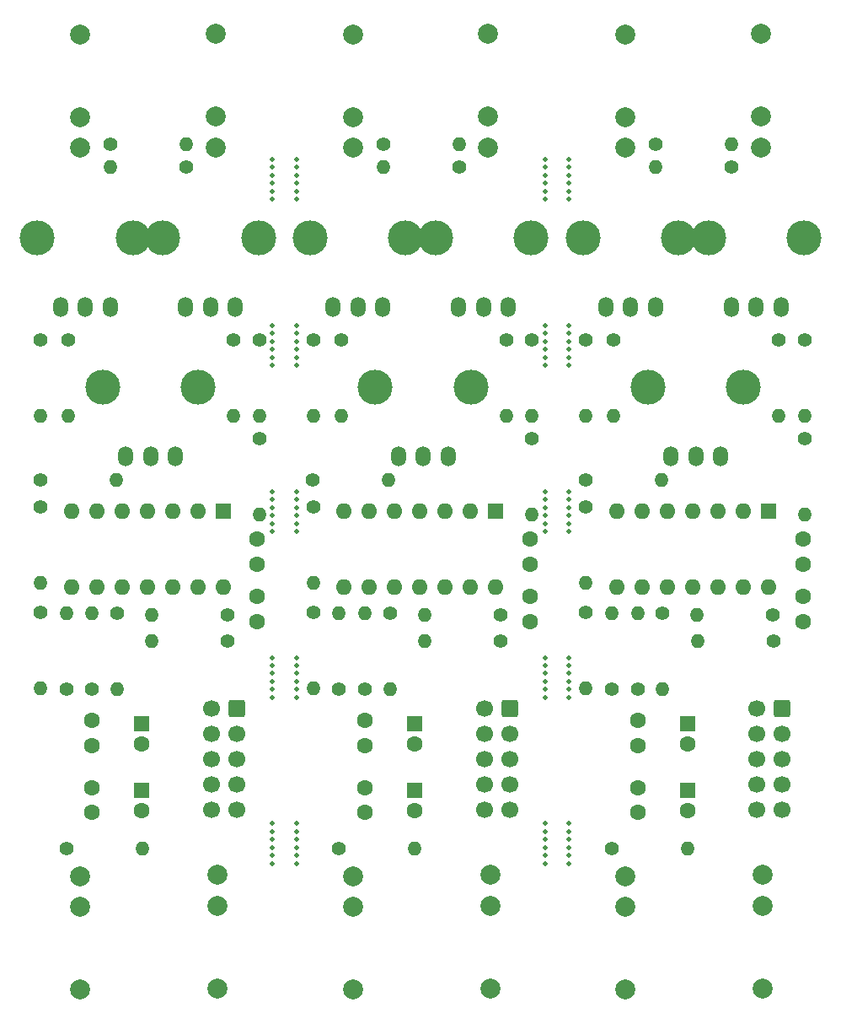
<source format=gts>
G04 #@! TF.GenerationSoftware,KiCad,Pcbnew,8.0.4-8.0.4-0~ubuntu22.04.1*
G04 #@! TF.CreationDate,2024-10-09T19:38:23+02:00*
G04 #@! TF.ProjectId,VoltageProcessor_panel,566f6c74-6167-4655-9072-6f636573736f,0.2*
G04 #@! TF.SameCoordinates,Original*
G04 #@! TF.FileFunction,Soldermask,Top*
G04 #@! TF.FilePolarity,Negative*
%FSLAX46Y46*%
G04 Gerber Fmt 4.6, Leading zero omitted, Abs format (unit mm)*
G04 Created by KiCad (PCBNEW 8.0.4-8.0.4-0~ubuntu22.04.1) date 2024-10-09 19:38:23*
%MOMM*%
%LPD*%
G01*
G04 APERTURE LIST*
G04 Aperture macros list*
%AMRoundRect*
0 Rectangle with rounded corners*
0 $1 Rounding radius*
0 $2 $3 $4 $5 $6 $7 $8 $9 X,Y pos of 4 corners*
0 Add a 4 corners polygon primitive as box body*
4,1,4,$2,$3,$4,$5,$6,$7,$8,$9,$2,$3,0*
0 Add four circle primitives for the rounded corners*
1,1,$1+$1,$2,$3*
1,1,$1+$1,$4,$5*
1,1,$1+$1,$6,$7*
1,1,$1+$1,$8,$9*
0 Add four rect primitives between the rounded corners*
20,1,$1+$1,$2,$3,$4,$5,0*
20,1,$1+$1,$4,$5,$6,$7,0*
20,1,$1+$1,$6,$7,$8,$9,0*
20,1,$1+$1,$8,$9,$2,$3,0*%
G04 Aperture macros list end*
%ADD10C,1.400000*%
%ADD11O,1.400000X1.400000*%
%ADD12C,0.500000*%
%ADD13C,2.000000*%
%ADD14C,1.600000*%
%ADD15C,3.500000*%
%ADD16O,1.500000X2.000000*%
%ADD17R,1.600000X1.600000*%
%ADD18O,1.600000X1.600000*%
%ADD19RoundRect,0.250000X0.600000X0.600000X-0.600000X0.600000X-0.600000X-0.600000X0.600000X-0.600000X0*%
%ADD20C,1.700000*%
G04 APERTURE END LIST*
D10*
X140300000Y-103800000D03*
D11*
X147920000Y-103800000D03*
D10*
X184500000Y-52800000D03*
D11*
X184500000Y-60420000D03*
D12*
X163400000Y-35466667D03*
X161000000Y-68800000D03*
X133600000Y-105333333D03*
D13*
X127900000Y-33480000D03*
X127900000Y-30380000D03*
X127900000Y-22080000D03*
D12*
X161000000Y-87866666D03*
X163400000Y-54533334D03*
X136000000Y-85466666D03*
X136000000Y-84666666D03*
X136000000Y-53733334D03*
D10*
X172140000Y-33100000D03*
D11*
X179760000Y-33100000D03*
D13*
X182900000Y-106472500D03*
X182900000Y-109572500D03*
X182900000Y-117872500D03*
D12*
X161000000Y-35466667D03*
X136000000Y-86266666D03*
D13*
X128100000Y-106472500D03*
X128100000Y-109572500D03*
X128100000Y-117872500D03*
D10*
X129700000Y-52800000D03*
D11*
X129700000Y-60420000D03*
D14*
X159500000Y-81050000D03*
X159500000Y-78550000D03*
D10*
X165100000Y-80170000D03*
D11*
X165100000Y-87790000D03*
D13*
X169100000Y-33500000D03*
X169100000Y-30400000D03*
X169100000Y-22100000D03*
D12*
X136000000Y-52933334D03*
X133600000Y-88666666D03*
X133600000Y-37866667D03*
X136000000Y-37066667D03*
X161000000Y-102133333D03*
X133600000Y-102933333D03*
D10*
X156520000Y-83000000D03*
D11*
X148900000Y-83000000D03*
D13*
X141700000Y-106600000D03*
X141700000Y-109700000D03*
X141700000Y-118000000D03*
D12*
X161000000Y-38666667D03*
X136000000Y-36266667D03*
X163400000Y-103733333D03*
X136000000Y-102133333D03*
D10*
X187100000Y-62690000D03*
D11*
X187100000Y-70310000D03*
D12*
X136000000Y-101333333D03*
D10*
X118000000Y-80190000D03*
D11*
X118000000Y-87810000D03*
D10*
X140300000Y-87800000D03*
D11*
X140300000Y-80180000D03*
D12*
X136000000Y-69600000D03*
D10*
X170300000Y-87800000D03*
D11*
X170300000Y-80180000D03*
D13*
X114300000Y-33500000D03*
X114300000Y-30400000D03*
X114300000Y-22100000D03*
D10*
X129110000Y-80400000D03*
D11*
X121490000Y-80400000D03*
D12*
X133600000Y-102133333D03*
X163400000Y-101333333D03*
X161000000Y-105333333D03*
D15*
X116550000Y-57500000D03*
X126150000Y-57500000D03*
D16*
X118850000Y-64500000D03*
X121350000Y-64500000D03*
X123850000Y-64500000D03*
D12*
X163400000Y-86266666D03*
X161000000Y-71200000D03*
D10*
X142900000Y-87800000D03*
D11*
X142900000Y-80180000D03*
D12*
X163400000Y-87066666D03*
D10*
X167700000Y-87800000D03*
D11*
X167700000Y-80180000D03*
D10*
X137700000Y-69570000D03*
D11*
X137700000Y-77190000D03*
D10*
X159700000Y-62690000D03*
D11*
X159700000Y-70310000D03*
D10*
X152360000Y-35450000D03*
D11*
X144740000Y-35450000D03*
D12*
X161000000Y-53733334D03*
X133600000Y-71200000D03*
X163400000Y-72000000D03*
X136000000Y-68800000D03*
D17*
X156040000Y-69980000D03*
D18*
X153500000Y-69980000D03*
X150960000Y-69980000D03*
X148420000Y-69980000D03*
X145880000Y-69980000D03*
X143340000Y-69980000D03*
X140800000Y-69980000D03*
X140800000Y-77600000D03*
X143340000Y-77600000D03*
X145880000Y-77600000D03*
X148420000Y-77600000D03*
X150960000Y-77600000D03*
X153500000Y-77600000D03*
X156040000Y-77600000D03*
D12*
X136000000Y-72000000D03*
D15*
X177400000Y-42500000D03*
X187000000Y-42500000D03*
D16*
X179700000Y-49500000D03*
X182200000Y-49500000D03*
X184700000Y-49500000D03*
D12*
X133600000Y-72000000D03*
X163400000Y-71200000D03*
X136000000Y-87066666D03*
D13*
X182700000Y-33480000D03*
X182700000Y-30380000D03*
X182700000Y-22080000D03*
D10*
X117340000Y-33100000D03*
D11*
X124960000Y-33100000D03*
D12*
X161000000Y-51333334D03*
D10*
X115500000Y-87800000D03*
D11*
X115500000Y-80180000D03*
D10*
X144740000Y-33100000D03*
D11*
X152360000Y-33100000D03*
D12*
X163400000Y-102133333D03*
X133600000Y-69600000D03*
D10*
X187100000Y-52800000D03*
D11*
X187100000Y-60420000D03*
D10*
X157100000Y-52800000D03*
D11*
X157100000Y-60420000D03*
D12*
X163400000Y-37066667D03*
X163400000Y-51333334D03*
X133600000Y-103733333D03*
X163400000Y-85466666D03*
D10*
X132300000Y-62690000D03*
D11*
X132300000Y-70310000D03*
D10*
X156510000Y-80400000D03*
D11*
X148890000Y-80400000D03*
D12*
X161000000Y-68000000D03*
X163400000Y-104533333D03*
D10*
X124960000Y-35450000D03*
D11*
X117340000Y-35450000D03*
D12*
X163400000Y-69600000D03*
X161000000Y-52133334D03*
X136000000Y-38666667D03*
D10*
X137690000Y-66800000D03*
D11*
X145310000Y-66800000D03*
D10*
X110290000Y-66800000D03*
D11*
X117910000Y-66800000D03*
D10*
X110300000Y-69570000D03*
D11*
X110300000Y-77190000D03*
D10*
X129120000Y-83000000D03*
D11*
X121500000Y-83000000D03*
D12*
X133600000Y-54533334D03*
X161000000Y-37066667D03*
X163400000Y-68000000D03*
D15*
X171350000Y-57500000D03*
X180950000Y-57500000D03*
D16*
X173650000Y-64500000D03*
X176150000Y-64500000D03*
X178650000Y-64500000D03*
D12*
X136000000Y-54533334D03*
X161000000Y-37866667D03*
D13*
X141700000Y-33500000D03*
X141700000Y-30400000D03*
X141700000Y-22100000D03*
D12*
X163400000Y-37866667D03*
X163400000Y-34666667D03*
D10*
X165100000Y-52790000D03*
D11*
X165100000Y-60410000D03*
D12*
X163400000Y-38666667D03*
D14*
X132100000Y-81050000D03*
X132100000Y-78550000D03*
D12*
X136000000Y-37866667D03*
X133600000Y-87066666D03*
X133600000Y-35466667D03*
X163400000Y-84666666D03*
X136000000Y-71200000D03*
X136000000Y-35466667D03*
X161000000Y-102933333D03*
X136000000Y-104533333D03*
X161000000Y-52933334D03*
X133600000Y-52133334D03*
D14*
X159500000Y-72800000D03*
X159500000Y-75300000D03*
D15*
X110000000Y-42500000D03*
X119600000Y-42500000D03*
D16*
X112300000Y-49500000D03*
X114800000Y-49500000D03*
X117300000Y-49500000D03*
D10*
X113100000Y-52800000D03*
D11*
X113100000Y-60420000D03*
D12*
X133600000Y-70400000D03*
X133600000Y-85466666D03*
X133600000Y-55333334D03*
X161000000Y-103733333D03*
X163400000Y-68800000D03*
X133600000Y-87866666D03*
X163400000Y-102933333D03*
X161000000Y-54533334D03*
D10*
X132300000Y-52800000D03*
D11*
X132300000Y-60420000D03*
D12*
X163400000Y-36266667D03*
X161000000Y-36266667D03*
X161000000Y-72000000D03*
D10*
X112900000Y-87800000D03*
D11*
X112900000Y-80180000D03*
D10*
X183920000Y-83000000D03*
D11*
X176300000Y-83000000D03*
D12*
X133600000Y-68800000D03*
D14*
X186900000Y-81050000D03*
X186900000Y-78550000D03*
D12*
X136000000Y-88666666D03*
D15*
X164800000Y-42500000D03*
X174400000Y-42500000D03*
D16*
X167100000Y-49500000D03*
X169600000Y-49500000D03*
X172100000Y-49500000D03*
D12*
X136000000Y-34666667D03*
X161000000Y-88666666D03*
D10*
X165090000Y-66800000D03*
D11*
X172710000Y-66800000D03*
D12*
X133600000Y-34666667D03*
X133600000Y-52933334D03*
X161000000Y-70400000D03*
X163400000Y-53733334D03*
D17*
X128640000Y-69980000D03*
D18*
X126100000Y-69980000D03*
X123560000Y-69980000D03*
X121020000Y-69980000D03*
X118480000Y-69980000D03*
X115940000Y-69980000D03*
X113400000Y-69980000D03*
X113400000Y-77600000D03*
X115940000Y-77600000D03*
X118480000Y-77600000D03*
X121020000Y-77600000D03*
X123560000Y-77600000D03*
X126100000Y-77600000D03*
X128640000Y-77600000D03*
D12*
X133600000Y-86266666D03*
X161000000Y-101333333D03*
X161000000Y-87066666D03*
X136000000Y-103733333D03*
D10*
X172800000Y-80190000D03*
D11*
X172800000Y-87810000D03*
D10*
X112900000Y-103800000D03*
D11*
X120520000Y-103800000D03*
D10*
X165100000Y-69570000D03*
D11*
X165100000Y-77190000D03*
D12*
X136000000Y-52133334D03*
D13*
X155500000Y-106472500D03*
X155500000Y-109572500D03*
X155500000Y-117872500D03*
D10*
X159700000Y-52800000D03*
D11*
X159700000Y-60420000D03*
D12*
X136000000Y-68000000D03*
D17*
X183440000Y-69980000D03*
D18*
X180900000Y-69980000D03*
X178360000Y-69980000D03*
X175820000Y-69980000D03*
X173280000Y-69980000D03*
X170740000Y-69980000D03*
X168200000Y-69980000D03*
X168200000Y-77600000D03*
X170740000Y-77600000D03*
X173280000Y-77600000D03*
X175820000Y-77600000D03*
X178360000Y-77600000D03*
X180900000Y-77600000D03*
X183440000Y-77600000D03*
D12*
X163400000Y-70400000D03*
D10*
X167700000Y-103800000D03*
D11*
X175320000Y-103800000D03*
D12*
X161000000Y-69600000D03*
D10*
X137700000Y-52790000D03*
D11*
X137700000Y-60410000D03*
D10*
X179760000Y-35450000D03*
D11*
X172140000Y-35450000D03*
D12*
X133600000Y-53733334D03*
X161000000Y-86266666D03*
X136000000Y-51333334D03*
D10*
X110300000Y-80170000D03*
D11*
X110300000Y-87790000D03*
D13*
X169100000Y-106600000D03*
X169100000Y-109700000D03*
X169100000Y-118000000D03*
D12*
X136000000Y-87866666D03*
D14*
X132100000Y-72800000D03*
X132100000Y-75300000D03*
D13*
X155300000Y-33480000D03*
X155300000Y-30380000D03*
X155300000Y-22080000D03*
D12*
X136000000Y-102933333D03*
D15*
X143950000Y-57500000D03*
X153550000Y-57500000D03*
D16*
X146250000Y-64500000D03*
X148750000Y-64500000D03*
X151250000Y-64500000D03*
D10*
X183910000Y-80400000D03*
D11*
X176290000Y-80400000D03*
D12*
X163400000Y-55333334D03*
X161000000Y-34666667D03*
X133600000Y-36266667D03*
D15*
X122600000Y-42500000D03*
X132200000Y-42500000D03*
D16*
X124900000Y-49500000D03*
X127400000Y-49500000D03*
X129900000Y-49500000D03*
D12*
X133600000Y-37066667D03*
D10*
X167900000Y-52800000D03*
D11*
X167900000Y-60420000D03*
D10*
X137700000Y-80170000D03*
D11*
X137700000Y-87790000D03*
D12*
X161000000Y-104533333D03*
X163400000Y-87866666D03*
X163400000Y-52133334D03*
X133600000Y-101333333D03*
X161000000Y-85466666D03*
D10*
X140500000Y-52800000D03*
D11*
X140500000Y-60420000D03*
D14*
X186900000Y-72800000D03*
X186900000Y-75300000D03*
D12*
X161000000Y-84666666D03*
X163400000Y-88666666D03*
D10*
X110300000Y-52790000D03*
D11*
X110300000Y-60410000D03*
D12*
X136000000Y-105333333D03*
X161000000Y-55333334D03*
X133600000Y-84666666D03*
X133600000Y-38666667D03*
X133600000Y-68000000D03*
X163400000Y-105333333D03*
X133600000Y-104533333D03*
X163400000Y-52933334D03*
D15*
X150000000Y-42500000D03*
X159600000Y-42500000D03*
D16*
X152300000Y-49500000D03*
X154800000Y-49500000D03*
X157300000Y-49500000D03*
D12*
X136000000Y-55333334D03*
X133600000Y-51333334D03*
D13*
X114300000Y-106600000D03*
X114300000Y-109700000D03*
X114300000Y-118000000D03*
D12*
X136000000Y-70400000D03*
D15*
X137400000Y-42500000D03*
X147000000Y-42500000D03*
D16*
X139700000Y-49500000D03*
X142200000Y-49500000D03*
X144700000Y-49500000D03*
D10*
X145400000Y-80190000D03*
D11*
X145400000Y-87810000D03*
D17*
X120500000Y-98000000D03*
D14*
X120500000Y-100000000D03*
X142900000Y-97700000D03*
X142900000Y-100200000D03*
D19*
X157440000Y-89800000D03*
D20*
X154900000Y-89800000D03*
X157440000Y-92340000D03*
X154900000Y-92340000D03*
X157440000Y-94880000D03*
X154900000Y-94880000D03*
X157440000Y-97420000D03*
X154900000Y-97420000D03*
X157440000Y-99960000D03*
X154900000Y-99960000D03*
D14*
X170300000Y-91000000D03*
X170300000Y-93500000D03*
D17*
X147900000Y-91300000D03*
D14*
X147900000Y-93300000D03*
X115500000Y-97700000D03*
X115500000Y-100200000D03*
X170300000Y-97700000D03*
X170300000Y-100200000D03*
D17*
X120500000Y-91300000D03*
D14*
X120500000Y-93300000D03*
D17*
X147900000Y-98000000D03*
D14*
X147900000Y-100000000D03*
D17*
X175300000Y-91300000D03*
D14*
X175300000Y-93300000D03*
D17*
X175300000Y-98000000D03*
D14*
X175300000Y-100000000D03*
X142900000Y-91000000D03*
X142900000Y-93500000D03*
D19*
X184840000Y-89800000D03*
D20*
X182300000Y-89800000D03*
X184840000Y-92340000D03*
X182300000Y-92340000D03*
X184840000Y-94880000D03*
X182300000Y-94880000D03*
X184840000Y-97420000D03*
X182300000Y-97420000D03*
X184840000Y-99960000D03*
X182300000Y-99960000D03*
D14*
X115500000Y-91000000D03*
X115500000Y-93500000D03*
D19*
X130040000Y-89800000D03*
D20*
X127500000Y-89800000D03*
X130040000Y-92340000D03*
X127500000Y-92340000D03*
X130040000Y-94880000D03*
X127500000Y-94880000D03*
X130040000Y-97420000D03*
X127500000Y-97420000D03*
X130040000Y-99960000D03*
X127500000Y-99960000D03*
M02*

</source>
